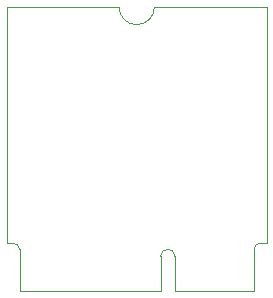
<source format=gbr>
G04 #@! TF.GenerationSoftware,KiCad,Pcbnew,(6.0.1)*
G04 #@! TF.CreationDate,2022-02-11T20:26:01+08:00*
G04 #@! TF.ProjectId,STM32_FOC_Board,53544d33-325f-4464-9f43-5f426f617264,rev?*
G04 #@! TF.SameCoordinates,Original*
G04 #@! TF.FileFunction,Profile,NP*
%FSLAX46Y46*%
G04 Gerber Fmt 4.6, Leading zero omitted, Abs format (unit mm)*
G04 Created by KiCad (PCBNEW (6.0.1)) date 2022-02-11 20:26:01*
%MOMM*%
%LPD*%
G01*
G04 APERTURE LIST*
G04 #@! TA.AperFunction,Profile*
%ADD10C,0.050000*%
G04 #@! TD*
G04 APERTURE END LIST*
D10*
X124058200Y-73913000D02*
X124058200Y-53909400D01*
X146058200Y-53898800D02*
X136558200Y-53898800D01*
X133558200Y-53909400D02*
G75*
G03*
X136558200Y-53898800I1500001J5002D01*
G01*
X124058200Y-53909400D02*
X133558200Y-53909400D01*
X146058200Y-73913000D02*
X146058200Y-53898800D01*
X138283200Y-75013000D02*
X138283200Y-77913000D01*
X145483200Y-73913000D02*
X146058200Y-73913000D01*
X135058200Y-77913000D02*
X137083200Y-77913000D01*
X144983200Y-77913000D02*
X144983200Y-74413000D01*
X137083200Y-77913000D02*
X137083200Y-75013000D01*
X124058200Y-73913000D02*
X124633200Y-73913000D01*
X125133200Y-74413000D02*
X125133200Y-77913000D01*
X125133200Y-77913000D02*
X135058200Y-77913000D01*
X138283200Y-77913000D02*
X144983200Y-77913000D01*
X125133200Y-74413000D02*
G75*
G03*
X124633200Y-73913000I-500001J-1D01*
G01*
X138283200Y-75013000D02*
G75*
G03*
X137083200Y-75013000I-600000J0D01*
G01*
X145483200Y-73913000D02*
G75*
G03*
X144983200Y-74413000I1J-500001D01*
G01*
M02*

</source>
